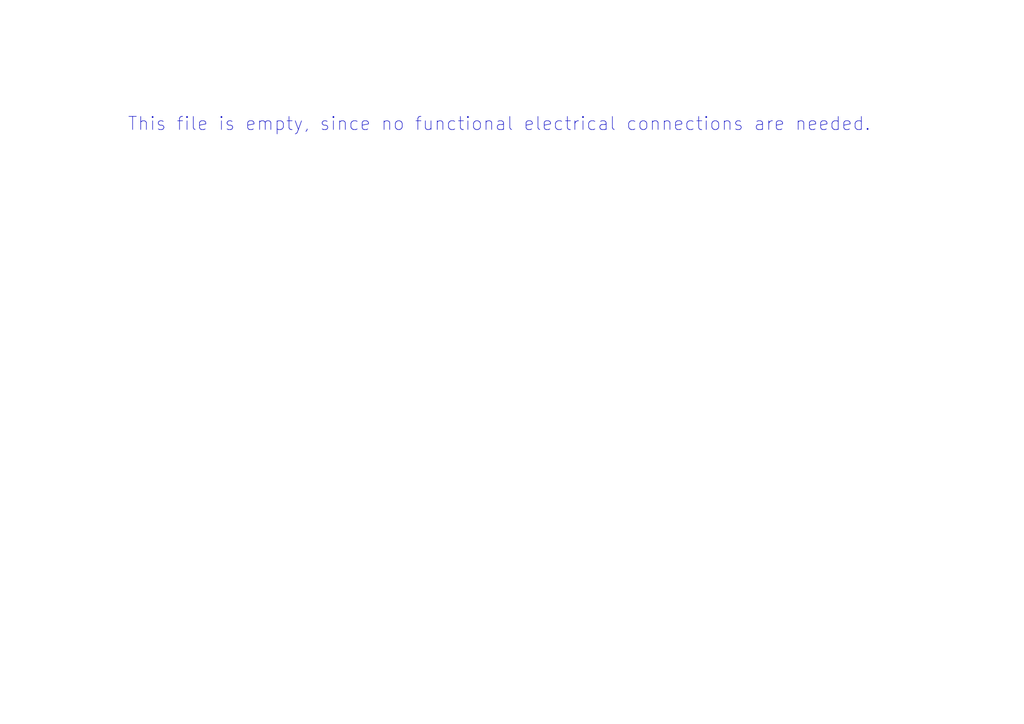
<source format=kicad_sch>
(kicad_sch
	(version 20231120)
	(generator "eeschema")
	(generator_version "8.0")
	(uuid "00e0a941-1fd5-44e2-8d3b-d976333bdeb2")
	(paper "A4")
	(lib_symbols)
	(text "This file is empty, since no functional electrical connections are needed."
		(exclude_from_sim no)
		(at 144.78 36.068 0)
		(effects
			(font
				(size 3.81 3.81)
			)
		)
		(uuid "a47020c2-95a5-4708-9ddb-413c6a805eeb")
	)
	(sheet_instances
		(path "/"
			(page "1")
		)
	)
)

</source>
